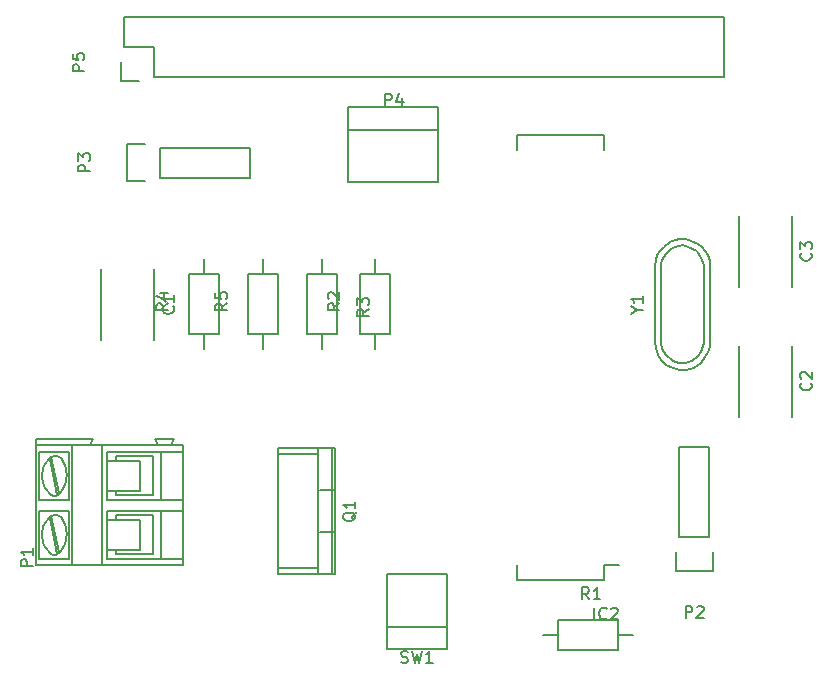
<source format=gbr>
G04 #@! TF.FileFunction,Legend,Top*
%FSLAX46Y46*%
G04 Gerber Fmt 4.6, Leading zero omitted, Abs format (unit mm)*
G04 Created by KiCad (PCBNEW (2015-06-30 BZR 5847, Git 785638a)-product) date 2015/07/09 22:16:44*
%MOMM*%
G01*
G04 APERTURE LIST*
%ADD10C,0.100000*%
%ADD11C,0.150000*%
G04 APERTURE END LIST*
D10*
D11*
X118250000Y-102500000D02*
X118250000Y-108500000D01*
X113750000Y-108500000D02*
X113750000Y-102500000D01*
X172250000Y-109000000D02*
X172250000Y-115000000D01*
X167750000Y-115000000D02*
X167750000Y-109000000D01*
X172250000Y-98000000D02*
X172250000Y-104000000D01*
X167750000Y-104000000D02*
X167750000Y-98000000D01*
X156365000Y-128795000D02*
X156365000Y-127525000D01*
X149015000Y-128795000D02*
X149015000Y-127525000D01*
X149015000Y-91185000D02*
X149015000Y-92455000D01*
X156365000Y-91185000D02*
X156365000Y-92455000D01*
X156365000Y-128795000D02*
X149015000Y-128795000D01*
X156365000Y-91185000D02*
X149015000Y-91185000D01*
X156365000Y-127525000D02*
X157650000Y-127525000D01*
X117040000Y-126259600D02*
X117040000Y-123719600D01*
X117040000Y-123719600D02*
X114246000Y-123719600D01*
X114246000Y-126259600D02*
X114246000Y-123719600D01*
X117040000Y-126259600D02*
X114246000Y-126259600D01*
X117040000Y-121255800D02*
X117040000Y-118715800D01*
X117040000Y-118715800D02*
X114246000Y-118715800D01*
X114246000Y-121255800D02*
X114246000Y-118715800D01*
X117040000Y-121255800D02*
X114246000Y-121255800D01*
X108277000Y-117395000D02*
X111325000Y-117395000D01*
X108277000Y-117395000D02*
X108277000Y-127580000D01*
X108277000Y-117395000D02*
X108277000Y-116887000D01*
X108277000Y-116887000D02*
X113103000Y-116887000D01*
X113103000Y-116887000D02*
X112849000Y-117395000D01*
X119961000Y-116887000D02*
X119707000Y-117395000D01*
X119707000Y-117395000D02*
X120723000Y-117395000D01*
X118310000Y-116887000D02*
X118564000Y-117395000D01*
X118564000Y-117395000D02*
X119707000Y-117395000D01*
X118310000Y-116887000D02*
X119961000Y-116887000D01*
X120723000Y-122017800D02*
X118818000Y-122017800D01*
X114246000Y-117953800D02*
X118818000Y-117953800D01*
X120723000Y-122017800D02*
X120723000Y-117953800D01*
X120723000Y-117953800D02*
X120723000Y-117395000D01*
X120723000Y-122957600D02*
X118818000Y-122957600D01*
X120723000Y-122957600D02*
X120723000Y-122017800D01*
X114246000Y-127021600D02*
X118818000Y-127021600D01*
X120723000Y-127580000D02*
X120723000Y-127021600D01*
X120723000Y-127021600D02*
X120723000Y-122957600D01*
X118818000Y-122017800D02*
X118818000Y-117953800D01*
X118818000Y-122017800D02*
X114246000Y-122017800D01*
X118818000Y-117953800D02*
X120723000Y-117953800D01*
X118818000Y-122957600D02*
X118818000Y-127021600D01*
X118818000Y-122957600D02*
X114246000Y-122957600D01*
X118818000Y-127021600D02*
X120723000Y-127021600D01*
X118183000Y-118334800D02*
X115008000Y-118334800D01*
X118183000Y-118334800D02*
X118183000Y-121636800D01*
X118183000Y-121636800D02*
X115008000Y-121636800D01*
X118183000Y-123338600D02*
X115008000Y-123338600D01*
X118183000Y-123338600D02*
X118183000Y-126640600D01*
X118183000Y-126640600D02*
X115008000Y-126640600D01*
X115008000Y-126640600D02*
X115008000Y-126259600D01*
X115008000Y-123338600D02*
X115008000Y-123719600D01*
X115008000Y-121636800D02*
X115008000Y-121255800D01*
X115008000Y-118334800D02*
X115008000Y-118715800D01*
X120723000Y-127580000D02*
X113865000Y-127580000D01*
X113865000Y-127580000D02*
X111325000Y-127580000D01*
X112849000Y-117395000D02*
X113865000Y-117395000D01*
X113865000Y-117395000D02*
X118564000Y-117395000D01*
X111325000Y-127580000D02*
X111325000Y-117395000D01*
X111325000Y-127580000D02*
X108277000Y-127580000D01*
X111325000Y-117395000D02*
X112849000Y-117395000D01*
X111071000Y-122017800D02*
X108531000Y-122017800D01*
X108531000Y-122017800D02*
X108531000Y-117953800D01*
X108531000Y-117953800D02*
X111071000Y-117953800D01*
X111071000Y-117953800D02*
X111071000Y-122017800D01*
X111071000Y-122957600D02*
X108531000Y-122957600D01*
X111071000Y-122957600D02*
X111071000Y-127021600D01*
X111071000Y-127021600D02*
X108531000Y-127021600D01*
X108531000Y-122957600D02*
X108531000Y-127021600D01*
X110055000Y-121611400D02*
X109420000Y-118563400D01*
X110182000Y-121484400D02*
X109547000Y-118436400D01*
X110055000Y-126615200D02*
X109420000Y-123564660D01*
X110182000Y-126488200D02*
X109547000Y-123440200D01*
X114246000Y-127021600D02*
X114246000Y-126640600D01*
X114246000Y-122957600D02*
X114246000Y-123338600D01*
X114246000Y-123338600D02*
X114246000Y-126640600D01*
X113865000Y-127580000D02*
X113865000Y-126640600D01*
X113865000Y-126640600D02*
X113865000Y-123338600D01*
X113865000Y-123338600D02*
X113865000Y-121636800D01*
X113865000Y-117395000D02*
X113865000Y-118334800D01*
X113865000Y-118334800D02*
X113865000Y-121636800D01*
X114246000Y-117953800D02*
X114246000Y-118334800D01*
X114246000Y-122017800D02*
X114246000Y-121636800D01*
X114246000Y-121636800D02*
X114246000Y-118334800D01*
X110414570Y-118517028D02*
G75*
G03X109447940Y-118464340I-509430J-452772D01*
G01*
X110334896Y-121459728D02*
G75*
G03X110382660Y-118471960I-1905496J1524728D01*
G01*
X109443156Y-118460589D02*
G75*
G03X109496200Y-121611400I1348444J-1553151D01*
G01*
X109446519Y-121560097D02*
G75*
G03X110372500Y-121418360I407821J431297D01*
G01*
X110417110Y-123520851D02*
G75*
G03X109447940Y-123465600I-511970J-452749D01*
G01*
X110334896Y-126460988D02*
G75*
G03X110382660Y-123473220I-1905496J1524728D01*
G01*
X109438153Y-123458427D02*
G75*
G03X109496200Y-126615200I1353447J-1554033D01*
G01*
X109448981Y-126564520D02*
G75*
G03X110372500Y-126419620I405359J431920D01*
G01*
X165270000Y-125230000D02*
X165270000Y-117610000D01*
X162730000Y-125230000D02*
X162730000Y-117610000D01*
X162450000Y-128050000D02*
X162450000Y-126500000D01*
X165270000Y-117610000D02*
X162730000Y-117610000D01*
X162730000Y-125230000D02*
X165270000Y-125230000D01*
X165550000Y-126500000D02*
X165550000Y-128050000D01*
X165550000Y-128050000D02*
X162450000Y-128050000D01*
X118770000Y-94770000D02*
X126390000Y-94770000D01*
X118770000Y-92230000D02*
X126390000Y-92230000D01*
X115950000Y-91950000D02*
X117500000Y-91950000D01*
X126390000Y-94770000D02*
X126390000Y-92230000D01*
X118770000Y-92230000D02*
X118770000Y-94770000D01*
X117500000Y-95050000D02*
X115950000Y-95050000D01*
X115950000Y-95050000D02*
X115950000Y-91950000D01*
X134690000Y-88825000D02*
X134690000Y-95175000D01*
X142310000Y-88825000D02*
X142310000Y-95175000D01*
X142310000Y-90730000D02*
X134690000Y-90730000D01*
X134690000Y-88825000D02*
X142310000Y-88825000D01*
X142310000Y-95175000D02*
X134690000Y-95175000D01*
X166530000Y-81190000D02*
X115730000Y-81190000D01*
X118270000Y-86270000D02*
X166530000Y-86270000D01*
X166530000Y-81190000D02*
X166530000Y-86270000D01*
X115730000Y-81190000D02*
X115730000Y-83730000D01*
X115450000Y-85000000D02*
X115450000Y-86550000D01*
X115730000Y-83730000D02*
X118270000Y-83730000D01*
X118270000Y-83730000D02*
X118270000Y-86270000D01*
X115450000Y-86550000D02*
X117000000Y-86550000D01*
X132151000Y-127826000D02*
X128722000Y-127826000D01*
X132151000Y-118174000D02*
X128722000Y-118174000D01*
X133294000Y-128334000D02*
X133294000Y-117666000D01*
X132278000Y-124778000D02*
X133548000Y-124778000D01*
X132278000Y-121222000D02*
X133548000Y-121222000D01*
X132151000Y-117666000D02*
X132151000Y-128334000D01*
X128722000Y-128334000D02*
X128722000Y-117666000D01*
X133548000Y-117666000D02*
X128722000Y-117666000D01*
X133548000Y-128334000D02*
X128722000Y-128334000D01*
X133548000Y-128334000D02*
X133548000Y-117666000D01*
X152460000Y-132230000D02*
X157540000Y-132230000D01*
X157540000Y-132230000D02*
X157540000Y-134770000D01*
X157540000Y-134770000D02*
X152460000Y-134770000D01*
X152460000Y-134770000D02*
X152460000Y-132230000D01*
X152460000Y-133500000D02*
X151190000Y-133500000D01*
X157540000Y-133500000D02*
X158810000Y-133500000D01*
X135730000Y-108040000D02*
X135730000Y-102960000D01*
X135730000Y-102960000D02*
X138270000Y-102960000D01*
X138270000Y-102960000D02*
X138270000Y-108040000D01*
X138270000Y-108040000D02*
X135730000Y-108040000D01*
X137000000Y-108040000D02*
X137000000Y-109310000D01*
X137000000Y-102960000D02*
X137000000Y-101690000D01*
X133770000Y-102960000D02*
X133770000Y-108040000D01*
X133770000Y-108040000D02*
X131230000Y-108040000D01*
X131230000Y-108040000D02*
X131230000Y-102960000D01*
X131230000Y-102960000D02*
X133770000Y-102960000D01*
X132500000Y-102960000D02*
X132500000Y-101690000D01*
X132500000Y-108040000D02*
X132500000Y-109310000D01*
X121230000Y-108040000D02*
X121230000Y-102960000D01*
X121230000Y-102960000D02*
X123770000Y-102960000D01*
X123770000Y-102960000D02*
X123770000Y-108040000D01*
X123770000Y-108040000D02*
X121230000Y-108040000D01*
X122500000Y-108040000D02*
X122500000Y-109310000D01*
X122500000Y-102960000D02*
X122500000Y-101690000D01*
X126230000Y-108040000D02*
X126230000Y-102960000D01*
X126230000Y-102960000D02*
X128770000Y-102960000D01*
X128770000Y-102960000D02*
X128770000Y-108040000D01*
X128770000Y-108040000D02*
X126230000Y-108040000D01*
X127500000Y-108040000D02*
X127500000Y-109310000D01*
X127500000Y-102960000D02*
X127500000Y-101690000D01*
X137960000Y-132770000D02*
X143040000Y-132770000D01*
X137960000Y-128325000D02*
X143040000Y-128325000D01*
X143040000Y-134675000D02*
X137960000Y-134675000D01*
X143040000Y-134675000D02*
X143040000Y-128325000D01*
X137960000Y-134675000D02*
X137960000Y-128325000D01*
X161999240Y-100801000D02*
X162400560Y-100600340D01*
X162400560Y-100600340D02*
X163000000Y-100498740D01*
X163000000Y-100498740D02*
X163500380Y-100600340D01*
X163500380Y-100600340D02*
X164198880Y-100999120D01*
X164198880Y-100999120D02*
X164600200Y-101601100D01*
X164600200Y-101601100D02*
X164800860Y-102200540D01*
X164800860Y-102200540D02*
X164800860Y-108799460D01*
X164800860Y-108799460D02*
X164600200Y-109500500D01*
X164600200Y-109500500D02*
X164300480Y-109899280D01*
X164300480Y-109899280D02*
X163800100Y-110300600D01*
X163800100Y-110300600D02*
X163200660Y-110501260D01*
X163200660Y-110501260D02*
X162700280Y-110501260D01*
X162700280Y-110501260D02*
X162199900Y-110300600D01*
X162199900Y-110300600D02*
X161600460Y-109800220D01*
X161600460Y-109800220D02*
X161300740Y-109299840D01*
X161300740Y-109299840D02*
X161199140Y-108799460D01*
X161199140Y-108700400D02*
X161199140Y-102098940D01*
X161199140Y-102098940D02*
X161300740Y-101700160D01*
X161300740Y-101700160D02*
X161600460Y-101199780D01*
X161600460Y-101199780D02*
X162100840Y-100699400D01*
X160670820Y-108690240D02*
X160719080Y-109149980D01*
X160719080Y-109149980D02*
X160830840Y-109548760D01*
X160830840Y-109548760D02*
X161049280Y-109980560D01*
X161049280Y-109980560D02*
X161280420Y-110270120D01*
X161280420Y-110270120D02*
X161630940Y-110600320D01*
X161630940Y-110600320D02*
X162169420Y-110889880D01*
X162169420Y-110889880D02*
X162768860Y-111019420D01*
X162768860Y-111019420D02*
X163279400Y-111019420D01*
X163279400Y-111019420D02*
X163980440Y-110849240D01*
X163980440Y-110849240D02*
X164569720Y-110450460D01*
X164569720Y-110450460D02*
X164940560Y-109990720D01*
X164940560Y-109990720D02*
X165148840Y-109569080D01*
X165148840Y-109569080D02*
X165308860Y-109119500D01*
X165308860Y-109119500D02*
X165339340Y-108680080D01*
X165120900Y-101339480D02*
X164899920Y-100961020D01*
X164899920Y-100961020D02*
X164620520Y-100640980D01*
X164620520Y-100640980D02*
X164290320Y-100389520D01*
X164290320Y-100389520D02*
X163739140Y-100089800D01*
X163739140Y-100089800D02*
X163269240Y-99980580D01*
X163269240Y-99980580D02*
X162809500Y-99960260D01*
X162809500Y-99960260D02*
X162349760Y-100049160D01*
X162349760Y-100049160D02*
X161900180Y-100239660D01*
X161900180Y-100239660D02*
X161430280Y-100600340D01*
X161430280Y-100600340D02*
X161110240Y-100950860D01*
X161110240Y-100950860D02*
X160879100Y-101339480D01*
X160879100Y-101339480D02*
X160739400Y-101768740D01*
X160739400Y-101768740D02*
X160670820Y-102210700D01*
X165329180Y-108700400D02*
X165329180Y-102248800D01*
X165329180Y-102248800D02*
X165291080Y-101829700D01*
X165291080Y-101829700D02*
X165120900Y-101339480D01*
X160670820Y-108700400D02*
X160670820Y-102248800D01*
X119857143Y-105666666D02*
X119904762Y-105714285D01*
X119952381Y-105857142D01*
X119952381Y-105952380D01*
X119904762Y-106095238D01*
X119809524Y-106190476D01*
X119714286Y-106238095D01*
X119523810Y-106285714D01*
X119380952Y-106285714D01*
X119190476Y-106238095D01*
X119095238Y-106190476D01*
X119000000Y-106095238D01*
X118952381Y-105952380D01*
X118952381Y-105857142D01*
X119000000Y-105714285D01*
X119047619Y-105666666D01*
X119952381Y-104714285D02*
X119952381Y-105285714D01*
X119952381Y-105000000D02*
X118952381Y-105000000D01*
X119095238Y-105095238D01*
X119190476Y-105190476D01*
X119238095Y-105285714D01*
X173857143Y-112166666D02*
X173904762Y-112214285D01*
X173952381Y-112357142D01*
X173952381Y-112452380D01*
X173904762Y-112595238D01*
X173809524Y-112690476D01*
X173714286Y-112738095D01*
X173523810Y-112785714D01*
X173380952Y-112785714D01*
X173190476Y-112738095D01*
X173095238Y-112690476D01*
X173000000Y-112595238D01*
X172952381Y-112452380D01*
X172952381Y-112357142D01*
X173000000Y-112214285D01*
X173047619Y-112166666D01*
X173047619Y-111785714D02*
X173000000Y-111738095D01*
X172952381Y-111642857D01*
X172952381Y-111404761D01*
X173000000Y-111309523D01*
X173047619Y-111261904D01*
X173142857Y-111214285D01*
X173238095Y-111214285D01*
X173380952Y-111261904D01*
X173952381Y-111833333D01*
X173952381Y-111214285D01*
X173857143Y-101166666D02*
X173904762Y-101214285D01*
X173952381Y-101357142D01*
X173952381Y-101452380D01*
X173904762Y-101595238D01*
X173809524Y-101690476D01*
X173714286Y-101738095D01*
X173523810Y-101785714D01*
X173380952Y-101785714D01*
X173190476Y-101738095D01*
X173095238Y-101690476D01*
X173000000Y-101595238D01*
X172952381Y-101452380D01*
X172952381Y-101357142D01*
X173000000Y-101214285D01*
X173047619Y-101166666D01*
X172952381Y-100833333D02*
X172952381Y-100214285D01*
X173333333Y-100547619D01*
X173333333Y-100404761D01*
X173380952Y-100309523D01*
X173428571Y-100261904D01*
X173523810Y-100214285D01*
X173761905Y-100214285D01*
X173857143Y-100261904D01*
X173904762Y-100309523D01*
X173952381Y-100404761D01*
X173952381Y-100690476D01*
X173904762Y-100785714D01*
X173857143Y-100833333D01*
X155523810Y-132172381D02*
X155523810Y-131172381D01*
X156571429Y-132077143D02*
X156523810Y-132124762D01*
X156380953Y-132172381D01*
X156285715Y-132172381D01*
X156142857Y-132124762D01*
X156047619Y-132029524D01*
X156000000Y-131934286D01*
X155952381Y-131743810D01*
X155952381Y-131600952D01*
X156000000Y-131410476D01*
X156047619Y-131315238D01*
X156142857Y-131220000D01*
X156285715Y-131172381D01*
X156380953Y-131172381D01*
X156523810Y-131220000D01*
X156571429Y-131267619D01*
X156952381Y-131267619D02*
X157000000Y-131220000D01*
X157095238Y-131172381D01*
X157333334Y-131172381D01*
X157428572Y-131220000D01*
X157476191Y-131267619D01*
X157523810Y-131362857D01*
X157523810Y-131458095D01*
X157476191Y-131600952D01*
X156904762Y-132172381D01*
X157523810Y-132172381D01*
X107967381Y-127658095D02*
X106967381Y-127658095D01*
X106967381Y-127277142D01*
X107015000Y-127181904D01*
X107062619Y-127134285D01*
X107157857Y-127086666D01*
X107300714Y-127086666D01*
X107395952Y-127134285D01*
X107443571Y-127181904D01*
X107491190Y-127277142D01*
X107491190Y-127658095D01*
X107967381Y-126134285D02*
X107967381Y-126705714D01*
X107967381Y-126420000D02*
X106967381Y-126420000D01*
X107110238Y-126515238D01*
X107205476Y-126610476D01*
X107253095Y-126705714D01*
X163261905Y-132052381D02*
X163261905Y-131052381D01*
X163642858Y-131052381D01*
X163738096Y-131100000D01*
X163785715Y-131147619D01*
X163833334Y-131242857D01*
X163833334Y-131385714D01*
X163785715Y-131480952D01*
X163738096Y-131528571D01*
X163642858Y-131576190D01*
X163261905Y-131576190D01*
X164214286Y-131147619D02*
X164261905Y-131100000D01*
X164357143Y-131052381D01*
X164595239Y-131052381D01*
X164690477Y-131100000D01*
X164738096Y-131147619D01*
X164785715Y-131242857D01*
X164785715Y-131338095D01*
X164738096Y-131480952D01*
X164166667Y-132052381D01*
X164785715Y-132052381D01*
X112852381Y-94238095D02*
X111852381Y-94238095D01*
X111852381Y-93857142D01*
X111900000Y-93761904D01*
X111947619Y-93714285D01*
X112042857Y-93666666D01*
X112185714Y-93666666D01*
X112280952Y-93714285D01*
X112328571Y-93761904D01*
X112376190Y-93857142D01*
X112376190Y-94238095D01*
X111852381Y-93333333D02*
X111852381Y-92714285D01*
X112233333Y-93047619D01*
X112233333Y-92904761D01*
X112280952Y-92809523D01*
X112328571Y-92761904D01*
X112423810Y-92714285D01*
X112661905Y-92714285D01*
X112757143Y-92761904D01*
X112804762Y-92809523D01*
X112852381Y-92904761D01*
X112852381Y-93190476D01*
X112804762Y-93285714D01*
X112757143Y-93333333D01*
X137811905Y-88652381D02*
X137811905Y-87652381D01*
X138192858Y-87652381D01*
X138288096Y-87700000D01*
X138335715Y-87747619D01*
X138383334Y-87842857D01*
X138383334Y-87985714D01*
X138335715Y-88080952D01*
X138288096Y-88128571D01*
X138192858Y-88176190D01*
X137811905Y-88176190D01*
X139240477Y-87985714D02*
X139240477Y-88652381D01*
X139002381Y-87604762D02*
X138764286Y-88319048D01*
X139383334Y-88319048D01*
X112352381Y-85738095D02*
X111352381Y-85738095D01*
X111352381Y-85357142D01*
X111400000Y-85261904D01*
X111447619Y-85214285D01*
X111542857Y-85166666D01*
X111685714Y-85166666D01*
X111780952Y-85214285D01*
X111828571Y-85261904D01*
X111876190Y-85357142D01*
X111876190Y-85738095D01*
X111352381Y-84261904D02*
X111352381Y-84738095D01*
X111828571Y-84785714D01*
X111780952Y-84738095D01*
X111733333Y-84642857D01*
X111733333Y-84404761D01*
X111780952Y-84309523D01*
X111828571Y-84261904D01*
X111923810Y-84214285D01*
X112161905Y-84214285D01*
X112257143Y-84261904D01*
X112304762Y-84309523D01*
X112352381Y-84404761D01*
X112352381Y-84642857D01*
X112304762Y-84738095D01*
X112257143Y-84785714D01*
X135365619Y-123095238D02*
X135318000Y-123190476D01*
X135222762Y-123285714D01*
X135079905Y-123428571D01*
X135032286Y-123523810D01*
X135032286Y-123619048D01*
X135270381Y-123571429D02*
X135222762Y-123666667D01*
X135127524Y-123761905D01*
X134937048Y-123809524D01*
X134603714Y-123809524D01*
X134413238Y-123761905D01*
X134318000Y-123666667D01*
X134270381Y-123571429D01*
X134270381Y-123380952D01*
X134318000Y-123285714D01*
X134413238Y-123190476D01*
X134603714Y-123142857D01*
X134937048Y-123142857D01*
X135127524Y-123190476D01*
X135222762Y-123285714D01*
X135270381Y-123380952D01*
X135270381Y-123571429D01*
X135270381Y-122190476D02*
X135270381Y-122761905D01*
X135270381Y-122476191D02*
X134270381Y-122476191D01*
X134413238Y-122571429D01*
X134508476Y-122666667D01*
X134556095Y-122761905D01*
X155082254Y-130452261D02*
X154748920Y-129976070D01*
X154510825Y-130452261D02*
X154510825Y-129452261D01*
X154891778Y-129452261D01*
X154987016Y-129499880D01*
X155034635Y-129547499D01*
X155082254Y-129642737D01*
X155082254Y-129785594D01*
X155034635Y-129880832D01*
X154987016Y-129928451D01*
X154891778Y-129976070D01*
X154510825Y-129976070D01*
X156034635Y-130452261D02*
X155463206Y-130452261D01*
X155748920Y-130452261D02*
X155748920Y-129452261D01*
X155653682Y-129595118D01*
X155558444Y-129690356D01*
X155463206Y-129737975D01*
X133952261Y-105417746D02*
X133476070Y-105751080D01*
X133952261Y-105989175D02*
X132952261Y-105989175D01*
X132952261Y-105608222D01*
X132999880Y-105512984D01*
X133047499Y-105465365D01*
X133142737Y-105417746D01*
X133285594Y-105417746D01*
X133380832Y-105465365D01*
X133428451Y-105512984D01*
X133476070Y-105608222D01*
X133476070Y-105989175D01*
X133047499Y-105036794D02*
X132999880Y-104989175D01*
X132952261Y-104893937D01*
X132952261Y-104655841D01*
X132999880Y-104560603D01*
X133047499Y-104512984D01*
X133142737Y-104465365D01*
X133237975Y-104465365D01*
X133380832Y-104512984D01*
X133952261Y-105084413D01*
X133952261Y-104465365D01*
X136452501Y-105915586D02*
X135976310Y-106248920D01*
X136452501Y-106487015D02*
X135452501Y-106487015D01*
X135452501Y-106106062D01*
X135500120Y-106010824D01*
X135547739Y-105963205D01*
X135642977Y-105915586D01*
X135785834Y-105915586D01*
X135881072Y-105963205D01*
X135928691Y-106010824D01*
X135976310Y-106106062D01*
X135976310Y-106487015D01*
X135452501Y-105582253D02*
X135452501Y-104963205D01*
X135833453Y-105296539D01*
X135833453Y-105153681D01*
X135881072Y-105058443D01*
X135928691Y-105010824D01*
X136023930Y-104963205D01*
X136262025Y-104963205D01*
X136357263Y-105010824D01*
X136404882Y-105058443D01*
X136452501Y-105153681D01*
X136452501Y-105439396D01*
X136404882Y-105534634D01*
X136357263Y-105582253D01*
X119452261Y-105417746D02*
X118976070Y-105751080D01*
X119452261Y-105989175D02*
X118452261Y-105989175D01*
X118452261Y-105608222D01*
X118499880Y-105512984D01*
X118547499Y-105465365D01*
X118642737Y-105417746D01*
X118785594Y-105417746D01*
X118880832Y-105465365D01*
X118928451Y-105512984D01*
X118976070Y-105608222D01*
X118976070Y-105989175D01*
X118785594Y-104560603D02*
X119452261Y-104560603D01*
X118404642Y-104798699D02*
X119118928Y-105036794D01*
X119118928Y-104417746D01*
X124452261Y-105417746D02*
X123976070Y-105751080D01*
X124452261Y-105989175D02*
X123452261Y-105989175D01*
X123452261Y-105608222D01*
X123499880Y-105512984D01*
X123547499Y-105465365D01*
X123642737Y-105417746D01*
X123785594Y-105417746D01*
X123880832Y-105465365D01*
X123928451Y-105512984D01*
X123976070Y-105608222D01*
X123976070Y-105989175D01*
X123452261Y-104512984D02*
X123452261Y-104989175D01*
X123928451Y-105036794D01*
X123880832Y-104989175D01*
X123833213Y-104893937D01*
X123833213Y-104655841D01*
X123880832Y-104560603D01*
X123928451Y-104512984D01*
X124023690Y-104465365D01*
X124261785Y-104465365D01*
X124357023Y-104512984D01*
X124404642Y-104560603D01*
X124452261Y-104655841D01*
X124452261Y-104893937D01*
X124404642Y-104989175D01*
X124357023Y-105036794D01*
X139166667Y-135804762D02*
X139309524Y-135852381D01*
X139547620Y-135852381D01*
X139642858Y-135804762D01*
X139690477Y-135757143D01*
X139738096Y-135661905D01*
X139738096Y-135566667D01*
X139690477Y-135471429D01*
X139642858Y-135423810D01*
X139547620Y-135376190D01*
X139357143Y-135328571D01*
X139261905Y-135280952D01*
X139214286Y-135233333D01*
X139166667Y-135138095D01*
X139166667Y-135042857D01*
X139214286Y-134947619D01*
X139261905Y-134900000D01*
X139357143Y-134852381D01*
X139595239Y-134852381D01*
X139738096Y-134900000D01*
X140071429Y-134852381D02*
X140309524Y-135852381D01*
X140500001Y-135138095D01*
X140690477Y-135852381D01*
X140928572Y-134852381D01*
X141833334Y-135852381D02*
X141261905Y-135852381D01*
X141547619Y-135852381D02*
X141547619Y-134852381D01*
X141452381Y-134995238D01*
X141357143Y-135090476D01*
X141261905Y-135138095D01*
X159166190Y-105976191D02*
X159642381Y-105976191D01*
X158642381Y-106309524D02*
X159166190Y-105976191D01*
X158642381Y-105642857D01*
X159642381Y-104785714D02*
X159642381Y-105357143D01*
X159642381Y-105071429D02*
X158642381Y-105071429D01*
X158785238Y-105166667D01*
X158880476Y-105261905D01*
X158928095Y-105357143D01*
M02*

</source>
